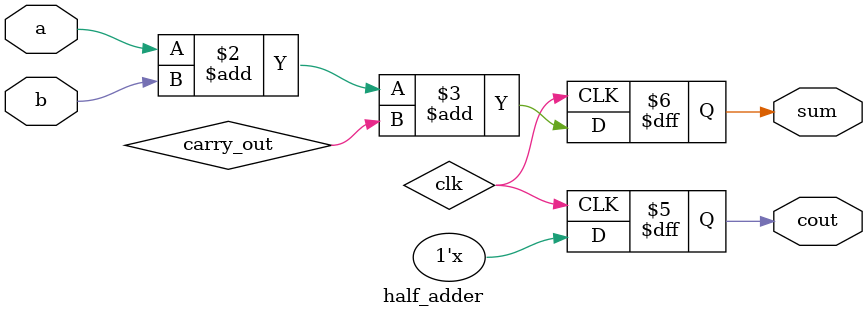
<source format=v>
module half_adder( 
input a, b,
output cout, sum );

always @(posedge clk)
  sum <= a + b + carry_out;

always @(posedge clk)
  cout <= sum[2];

endmodule

</source>
